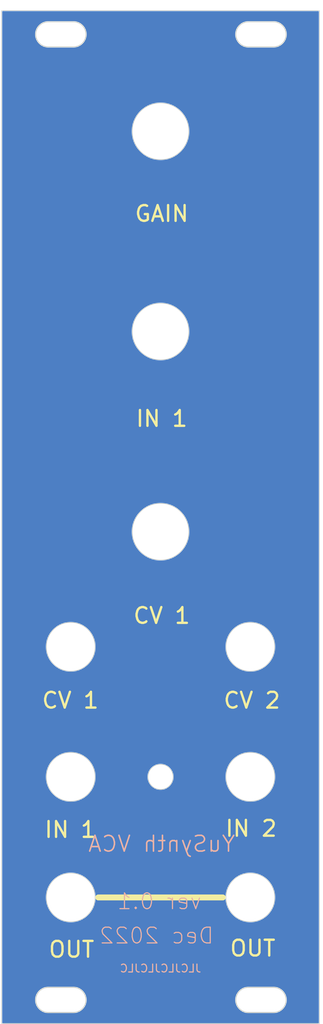
<source format=kicad_pcb>
(kicad_pcb (version 20211014) (generator pcbnew)
  (layers (0 "F.Cu" signal) (31 "B.Cu" signal) (34 "B.Paste" user) (35 "F.Paste" user) (36 "B.SilkS" user "B.Silkscreen") (37 "F.SilkS" user "F.Silkscreen") (38 "B.Mask" user) (39 "F.Mask" user) (44 "Edge.Cuts" user))
  (net 0 "")
  (footprint "Graphics:pot_scale_lines" (layer "F.Cu") (at 54.25 101.5)
    (fp_text reference "G***")
    (fp_text value "LOGO" hide)
  )
  (footprint "Graphics:pot_scale_lines" (layer "F.Cu") (at 54.25 76.1)
    (fp_text reference "G***")
    (fp_text value "LOGO" hide)
  )
  (footprint "Graphics:pot_scale_lines" (layer "F.Cu") (at 54.3 50.7)
    (fp_text reference "G***")
    (fp_text value "LOGO" hide)
  )
  (gr_line (start 46.35 147.9) (end 62.15 147.9) (layer "F.SilkS") (width 0.75))
  (gr_arc (start 65.4 162.5) (mid 63.8 160.9) (end 65.4 159.3) (layer "Edge.Cuts") (width 0.15))
  (gr_circle (center 54.25 50.7) (end 57.85 50.7) (layer "Edge.Cuts") (width 0.1) (fill none))
  (gr_circle (center 42.85 116.1) (end 45.95 116.1) (layer "Edge.Cuts") (width 0.1) (fill none))
  (gr_line (start 43.2 40) (end 40 40) (layer "Edge.Cuts") (width 0.15))
  (gr_line (start 65.4 36.8) (end 68.6 36.8) (layer "Edge.Cuts") (width 0.15))
  (gr_circle (center 54.25 132.6) (end 55.85 132.6) (layer "Edge.Cuts") (width 0.1) (fill none))
  (gr_circle (center 42.85 132.6) (end 45.95 132.6) (layer "Edge.Cuts") (width 0.1) (fill none))
  (gr_line (start 68.6 40) (end 65.4 40) (layer "Edge.Cuts") (width 0.15))
  (gr_arc (start 68.6 159.3) (mid 70.2 160.9) (end 68.6 162.5) (layer "Edge.Cuts") (width 0.15))
  (gr_arc (start 65.4 40) (mid 63.8 38.4) (end 65.4 36.8) (layer "Edge.Cuts") (width 0.15))
  (gr_line (start 40 159.3) (end 43.2 159.3) (layer "Edge.Cuts") (width 0.15))
  (gr_circle (center 42.85 147.9) (end 45.95 147.9) (layer "Edge.Cuts") (width 0.1) (fill none))
  (gr_circle (center 54.25 101.5) (end 57.85 101.5) (layer "Edge.Cuts") (width 0.1) (fill none))
  (gr_line (start 43.2 162.5) (end 40 162.5) (layer "Edge.Cuts") (width 0.15))
  (gr_arc (start 68.6 36.8) (mid 70.2 38.4) (end 68.6 40) (layer "Edge.Cuts") (width 0.15))
  (gr_circle (center 65.65 132.6) (end 68.75 132.6) (layer "Edge.Cuts") (width 0.1) (fill none))
  (gr_arc (start 40 40) (mid 38.4 38.4) (end 40 36.8) (layer "Edge.Cuts") (width 0.15))
  (gr_arc (start 43.2 36.8) (mid 44.8 38.4) (end 43.2 40) (layer "Edge.Cuts") (width 0.15))
  (gr_line (start 40 36.8) (end 43.2 36.8) (layer "Edge.Cuts") (width 0.15))
  (gr_circle (center 54.25 76.1) (end 57.85 76.1) (layer "Edge.Cuts") (width 0.1) (fill none))
  (gr_arc (start 43.2 159.3) (mid 44.8 160.9) (end 43.2 162.5) (layer "Edge.Cuts") (width 0.15))
  (gr_circle (center 65.65 116.1) (end 68.75 116.1) (layer "Edge.Cuts") (width 0.1) (fill none))
  (gr_arc (start 40 162.5) (mid 38.4 160.9) (end 40 159.3) (layer "Edge.Cuts") (width 0.15))
  (gr_rect (start 34.1 35.4) (end 74.4 163.9) (layer "Edge.Cuts") (width 0.1) (fill none))
  (gr_circle (center 65.65 147.9) (end 68.75 147.9) (layer "Edge.Cuts") (width 0.1) (fill none))
  (gr_line (start 68.6 162.5) (end 65.4 162.5) (layer "Edge.Cuts") (width 0.15))
  (gr_line (start 65.4 159.3) (end 68.6 159.3) (layer "Edge.Cuts") (width 0.15))
  (gr_text "ver 0.1" (at 54.1 148.4) (layer "B.SilkS") (effects (font (size 2 2)) (justify mirror)))
  (gr_text "Dec 2022" (at 53.75 152.75) (layer "B.SilkS") (effects (font (size 2 2)) (justify mirror)))
  (gr_text "YuSynth VCA" (at 54.4 141.1) (layer "B.SilkS") (effects (font (size 2 2) (thickness 0.2)) (justify mirror)))
  (gr_text "JLCJLCJLCJLC" (at 54.25 156.9) (layer "B.SilkS") (effects (font (size 1 1)) (justify mirror)))
  (gr_text "CV 1" (at 42.8 122.9) (layer "F.SilkS") (effects (font (size 2 2) (thickness 0.3))))
  (gr_text "OUT\n" (at 65.95 154.35) (layer "F.SilkS") (effects (font (size 2 2) (thickness 0.3))))
  (gr_text "CV 1" (at 54.4 112.15) (layer "F.SilkS") (effects (font (size 2 2) (thickness 0.3))))
  (gr_text "IN 1" (at 42.8 139.3) (layer "F.SilkS") (effects (font (size 2 2) (thickness 0.3))))
  (gr_text "OUT\n" (at 42.95 154.5) (layer "F.SilkS") (effects (font (size 2 2) (thickness 0.3))))
  (gr_text "IN 1" (at 54.4 87.15) (layer "F.SilkS") (effects (font (size 2 2) (thickness 0.3))))
  (gr_text "IN 2" (at 65.75 139.15) (layer "F.SilkS") (effects (font (size 2 2) (thickness 0.3))))
  (gr_text "GAIN" (at 54.4 61.15) (layer "F.SilkS") (effects (font (size 2 2) (thickness 0.3))))
  (gr_text "CV 2" (at 65.85 122.9) (layer "F.SilkS") (effects (font (size 2 2) (thickness 0.3))))
  (zone (net 0) (net_name "") (layer "F.Cu") (connect_pads (clearance 0)) (min_thickness 0.254) (fill yes (thermal_gap 0.508) (thermal_bridge_width 0.508))
    (polygon (pts (xy 74.4 163.9) (xy 34.1 163.9) (xy 34.1 35.4) (xy 74.4 35.4)))
  )
  (zone (net 0) (net_name "") (layer "B.Cu") (connect_pads (clearance 0)) (min_thickness 0.254) (fill yes (thermal_gap 0.508) (thermal_bridge_width 0.508))
    (polygon (pts (xy 74.4 163.9) (xy 34.1 163.9) (xy 34.1 35.4) (xy 74.4 35.4)))
  )
)
</source>
